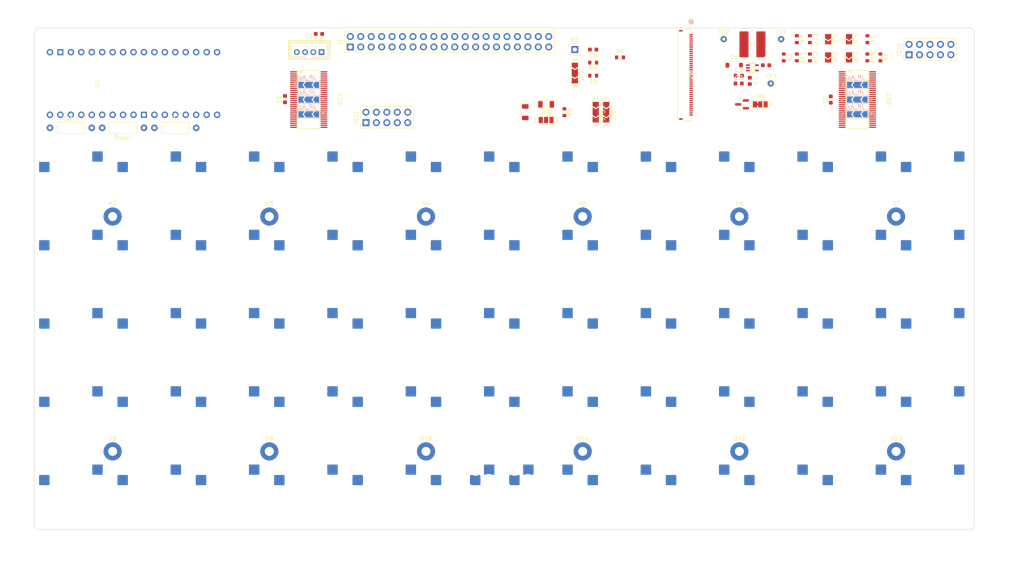
<source format=kicad_pcb>
(kicad_pcb
	(version 20241229)
	(generator "pcbnew")
	(generator_version "9.0")
	(general
		(thickness 1.6)
		(legacy_teardrops no)
	)
	(paper "A4")
	(layers
		(0 "F.Cu" signal)
		(4 "In1.Cu" signal)
		(6 "In2.Cu" signal)
		(2 "B.Cu" signal)
		(9 "F.Adhes" user "F.Adhesive")
		(11 "B.Adhes" user "B.Adhesive")
		(13 "F.Paste" user)
		(15 "B.Paste" user)
		(5 "F.SilkS" user "F.Silkscreen")
		(7 "B.SilkS" user "B.Silkscreen")
		(1 "F.Mask" user)
		(3 "B.Mask" user)
		(17 "Dwgs.User" user "User.Drawings")
		(19 "Cmts.User" user "User.Comments")
		(21 "Eco1.User" user "User.Eco1")
		(23 "Eco2.User" user "User.Eco2")
		(25 "Edge.Cuts" user)
		(27 "Margin" user)
		(31 "F.CrtYd" user "F.Courtyard")
		(29 "B.CrtYd" user "B.Courtyard")
		(35 "F.Fab" user)
		(33 "B.Fab" user)
		(39 "User.1" user)
		(41 "User.2" user)
		(43 "User.3" user)
		(45 "User.4" user)
		(47 "User.5" user)
		(49 "User.6" user)
		(51 "User.7" user)
		(53 "User.8" user)
		(55 "User.9" user)
	)
	(setup
		(stackup
			(layer "F.SilkS"
				(type "Top Silk Screen")
			)
			(layer "F.Paste"
				(type "Top Solder Paste")
			)
			(layer "F.Mask"
				(type "Top Solder Mask")
				(thickness 0.01)
			)
			(layer "F.Cu"
				(type "copper")
				(thickness 0.035)
			)
			(layer "dielectric 1"
				(type "prepreg")
				(thickness 0.1)
				(material "FR4")
				(epsilon_r 4.5)
				(loss_tangent 0.02)
			)
			(layer "In1.Cu"
				(type "copper")
				(thickness 0.035)
			)
			(layer "dielectric 2"
				(type "core")
				(thickness 1.24)
				(material "FR4")
				(epsilon_r 4.5)
				(loss_tangent 0.02)
			)
			(layer "In2.Cu"
				(type "copper")
				(thickness 0.035)
			)
			(layer "dielectric 3"
				(type "prepreg")
				(thickness 0.1)
				(material "FR4")
				(epsilon_r 4.5)
				(loss_tangent 0.02)
			)
			(layer "B.Cu"
				(type "copper")
				(thickness 0.035)
			)
			(layer "B.Mask"
				(type "Bottom Solder Mask")
				(thickness 0.01)
			)
			(layer "B.Paste"
				(type "Bottom Solder Paste")
			)
			(layer "B.SilkS"
				(type "Bottom Silk Screen")
			)
			(copper_finish "HAL lead-free")
			(dielectric_constraints no)
		)
		(pad_to_mask_clearance 0)
		(allow_soldermask_bridges_in_footprints no)
		(tenting front back)
		(pcbplotparams
			(layerselection 0x00000000_00000000_55555555_5755f5ff)
			(plot_on_all_layers_selection 0x00000000_00000000_00000000_00000000)
			(disableapertmacros no)
			(usegerberextensions no)
			(usegerberattributes yes)
			(usegerberadvancedattributes yes)
			(creategerberjobfile yes)
			(dashed_line_dash_ratio 12.000000)
			(dashed_line_gap_ratio 3.000000)
			(svgprecision 4)
			(plotframeref no)
			(mode 1)
			(useauxorigin no)
			(hpglpennumber 1)
			(hpglpenspeed 20)
			(hpglpendiameter 15.000000)
			(pdf_front_fp_property_popups yes)
			(pdf_back_fp_property_popups yes)
			(pdf_metadata yes)
			(pdf_single_document no)
			(dxfpolygonmode yes)
			(dxfimperialunits yes)
			(dxfusepcbnewfont yes)
			(psnegative no)
			(psa4output no)
			(plot_black_and_white yes)
			(sketchpadsonfab no)
			(plotpadnumbers no)
			(hidednponfab no)
			(sketchdnponfab yes)
			(crossoutdnponfab yes)
			(subtractmaskfromsilk no)
			(outputformat 1)
			(mirror no)
			(drillshape 1)
			(scaleselection 1)
			(outputdirectory "")
		)
	)
	(net 0 "")
	(net 1 "/LEDA_{TFT}")
	(net 2 "/LEDK_{TFT}")
	(net 3 "+3.3V")
	(net 4 "+5V")
	(net 5 "Net-(D2-A)")
	(net 6 "~{RST}")
	(net 7 "/~{RST_{TFT{slash}TP}}")
	(net 8 "/CS_{SPI{slash}TFT}")
	(net 9 "/Switch Matrix Left Half/SWPIN_{4,2}")
	(net 10 "/Switch Matrix Left Half/SWPIN_{0,2}")
	(net 11 "/Switch Matrix Left Half/SWPIN_{1,7}")
	(net 12 "/Switch Matrix Left Half/SWPIN_{3,7}")
	(net 13 "/Switch Matrix Left Half/SWPIN_{4,6}")
	(net 14 "/Switch Matrix Left Half/SWPIN_{3,5}")
	(net 15 "/Switch Matrix Left Half/SWPIN_{4,0}")
	(net 16 "/Switch Matrix Left Half/SWPIN_{2,1}")
	(net 17 "/Switch Matrix Left Half/SWPIN_{0,6}")
	(net 18 "/INT_{LR}")
	(net 19 "/Switch Matrix Left Half/SWPIN_{2,0}")
	(net 20 "/Switch Matrix Left Half/SWPIN_{1,2}")
	(net 21 "/Switch Matrix Left Half/SWPIN_{0,7}")
	(net 22 "/Switch Matrix Left Half/SWPIN_{0,4}")
	(net 23 "/Switch Matrix Left Half/SWPIN_{1,5}")
	(net 24 "/Switch Matrix Left Half/SWPIN_{2,2}")
	(net 25 "/Switch Matrix Left Half/SWPIN_{3,3}")
	(net 26 "/Switch Matrix Left Half/SWPIN_{4,3}")
	(net 27 "Net-(IOE1-A2)")
	(net 28 "/Switch Matrix Left Half/SWPIN_{2,6}")
	(net 29 "/Switch Matrix Left Half/SWPIN_{3,0}")
	(net 30 "/Switch Matrix Left Half/SWPIN_{4,7}")
	(net 31 "/Switch Matrix Left Half/SWPIN_{1,0}")
	(net 32 "Net-(IOE1-A0)")
	(net 33 "/Switch Matrix Left Half/SWPIN_{1,3}")
	(net 34 "/Switch Matrix Left Half/SWPIN_{1,4}")
	(net 35 "/Switch Matrix Left Half/SWPIN_{2,4}")
	(net 36 "/Switch Matrix Left Half/SWPIN_{2,5}")
	(net 37 "Net-(IOE1-A1)")
	(net 38 "/Switch Matrix Left Half/SWPIN_{3,1}")
	(net 39 "SCL")
	(net 40 "/Switch Matrix Left Half/SWPIN_{4,4}")
	(net 41 "/Switch Matrix Left Half/SWPIN_{0,0}")
	(net 42 "/Switch Matrix Left Half/SWPIN_{4,5}")
	(net 43 "/Switch Matrix Left Half/SWPIN_{3,6}")
	(net 44 "/Switch Matrix Left Half/SWPIN_{4,1}")
	(net 45 "/Switch Matrix Left Half/SWPIN_{1,1}")
	(net 46 "/Switch Matrix Left Half/SWPIN_{3,4}")
	(net 47 "/Switch Matrix Left Half/SWPIN_{0,3}")
	(net 48 "/Switch Matrix Left Half/SWPIN_{1,6}")
	(net 49 "/Switch Matrix Left Half/SWPIN_{2,7}")
	(net 50 "/Switch Matrix Left Half/SWPIN_{3,2}")
	(net 51 "SDA")
	(net 52 "/Switch Matrix Left Half/SWPIN_{2,3}")
	(net 53 "/Switch Matrix Left Half/SWPIN_{0,5}")
	(net 54 "/Switch Matrix Left Half/SWPIN_{0,1}")
	(net 55 "/Switch Matrix Right Half/SWPIN_{1,6}")
	(net 56 "/Switch Matrix Right Half/SWPIN_{4,4}")
	(net 57 "/Switch Matrix Right Half/SWPIN_{3,4}")
	(net 58 "Net-(IOE2-A0)")
	(net 59 "/Switch Matrix Right Half/SWPIN_{1,0}")
	(net 60 "/Switch Matrix Right Half/SWPIN_{2,3}")
	(net 61 "/Switch Matrix Right Half/SWPIN_{3,6}")
	(net 62 "Net-(IOE2-A1)")
	(net 63 "/Switch Matrix Right Half/SWPIN_{3,0}")
	(net 64 "/Switch Matrix Right Half/SWPIN_{0,2}")
	(net 65 "/Switch Matrix Right Half/SWPIN_{3,2}")
	(net 66 "/Switch Matrix Right Half/SWPIN_{1,3}")
	(net 67 "/Switch Matrix Right Half/SWPIN_{4,6}")
	(net 68 "/Switch Matrix Right Half/SWPIN_{2,4}")
	(net 69 "/Switch Matrix Right Half/SWPIN_{2,6}")
	(net 70 "/Switch Matrix Right Half/SWPIN_{1,4}")
	(net 71 "/Switch Matrix Right Half/SWPIN_{3,7}")
	(net 72 "/Switch Matrix Right Half/SWPIN_{3,5}")
	(net 73 "/Switch Matrix Right Half/SWPIN_{2,5}")
	(net 74 "/Switch Matrix Right Half/SWPIN_{4,5}")
	(net 75 "/Switch Matrix Right Half/SWPIN_{2,0}")
	(net 76 "unconnected-(U1-VBAT-Pad1)")
	(net 77 "/Switch Matrix Right Half/SWPIN_{4,0}")
	(net 78 "GND")
	(net 79 "/Switch Matrix Right Half/SWPIN_{1,2}")
	(net 80 "/Switch Matrix Right Half/SWPIN_{0,3}")
	(net 81 "/Switch Matrix Right Half/SWPIN_{0,7}")
	(net 82 "Net-(IOE2-A2)")
	(net 83 "/Switch Matrix Right Half/SWPIN_{2,2}")
	(net 84 "/Switch Matrix Right Half/SWPIN_{0,1}")
	(net 85 "/Switch Matrix Right Half/SWPIN_{0,4}")
	(net 86 "/Switch Matrix Right Half/SWPIN_{4,7}")
	(net 87 "/Switch Matrix Right Half/SWPIN_{0,0}")
	(net 88 "/Switch Matrix Right Half/SWPIN_{4,3}")
	(net 89 "/Switch Matrix Right Half/SWPIN_{2,7}")
	(net 90 "/Switch Matrix Right Half/SWPIN_{1,1}")
	(net 91 "/Switch Matrix Right Half/SWPIN_{0,5}")
	(net 92 "/Switch Matrix Right Half/SWPIN_{4,2}")
	(net 93 "/Switch Matrix Right Half/SWPIN_{0,6}")
	(net 94 "/Switch Matrix Right Half/SWPIN_{3,1}")
	(net 95 "/G5")
	(net 96 "/Switch Matrix Right Half/SWPIN_{2,1}")
	(net 97 "/Switch Matrix Right Half/SWPIN_{1,7}")
	(net 98 "/Switch Matrix Right Half/SWPIN_{4,1}")
	(net 99 "/Switch Matrix Right Half/SWPIN_{1,5}")
	(net 100 "/R1")
	(net 101 "/R5")
	(net 102 "/B1")
	(net 103 "/G2")
	(net 104 "/Switch Matrix Right Half/SWPIN_{3,3}")
	(net 105 "/SCK_{SPI}")
	(net 106 "/HSYNC_{TFT}")
	(net 107 "/B4")
	(net 108 "/G4")
	(net 109 "/MOSI_{SPI}")
	(net 110 "/IM0")
	(net 111 "+3.3V_{LDO2}")
	(net 112 "/G3")
	(net 113 "/DE_{TFT}")
	(net 114 "/IM1")
	(net 115 "/G1")
	(net 116 "/B2")
	(net 117 "/G0")
	(net 118 "/INT_{TP}")
	(net 119 "/R3")
	(net 120 "Net-(J1-Pin_12)")
	(net 121 "/R2")
	(net 122 "/VSYNC_{TFT}")
	(net 123 "Net-(JP1-A)")
	(net 124 "/B5")
	(net 125 "Net-(JP2-A)")
	(net 126 "/R4")
	(net 127 "Net-(JP3-A)")
	(net 128 "Net-(JP4-A)")
	(net 129 "/B3")
	(net 130 "/INT_{TP}{slash}~{RST_{TFT{slash}TP}}")
	(net 131 "Net-(JP9-A)")
	(net 132 "Net-(Q1-G)")
	(net 133 "/PCLK_{TFT}")
	(net 134 "/BGPWM_{TFT}")
	(net 135 "Net-(R10-Pad1)")
	(net 136 "Net-(R11-Pad2)")
	(net 137 "Net-(R13-Pad2)")
	(net 138 "Net-(R11-Pad1)")
	(net 139 "Net-(JP7-C)")
	(net 140 "/Backlight Boost Converter/VIN_{BST}")
	(net 141 "/Backlight Boost Converter/SW_{BST}")
	(footprint "easyeda2kicad:TSSOP-56_L14.0-W6.1-P0.50-LS8.1-BL" (layer "F.Cu") (at 226.17 55.98 -90))
	(footprint "MountingHole:MountingHole_2.2mm_M2_Pad" (layer "F.Cu") (at 197.485 141.605))
	(footprint "easyeda2kicad:TSSOP-56_L14.0-W6.1-P0.50-LS8.1-BL" (layer "F.Cu") (at 92.77 55.99 -90))
	(footprint "Resistor_SMD:R_0603_1608Metric" (layer "F.Cu") (at 214.63 41.275 -90))
	(footprint "Project_Library:CONN_F3311A7H121040E200_AMP" (layer "F.Cu") (at 184.15 49.975 -90))
	(footprint "easyeda2kicad:CONN-TH_B4B-PH-K-LF-SN" (layer "F.Cu") (at 92.885 44.45))
	(footprint "Capacitor_SMD:C_0603_1608Metric" (layer "F.Cu") (at 203.975 47.625))
	(footprint "Resistor_SMD:R_0603_1608Metric" (layer "F.Cu") (at 211.455 41.275 -90))
	(footprint "TestPoint:TestPoint_THTPad_D1.5mm_Drill0.7mm" (layer "F.Cu") (at 207.645 41.275))
	(footprint "Resistor_THT:R_Axial_DIN0207_L6.3mm_D2.5mm_P10.16mm_Horizontal" (layer "F.Cu") (at 55.245 62.865))
	(footprint "Resistor_SMD:R_0603_1608Metric" (layer "F.Cu") (at 168.465 45.72))
	(footprint "Connector_PinHeader_2.54mm:PinHeader_2x05_P2.54mm_Vertical" (layer "F.Cu") (at 106.68 61.6 90))
	(footprint "Project_Library:IND_BOURNS_SRR5028" (layer "F.Cu") (at 200.66 42.545 180))
	(footprint "MountingHole:MountingHole_2.2mm_M2_Pad" (layer "F.Cu") (at 121.285 84.455))
	(footprint "UnexpectedMaker:ProS3_TH" (layer "F.Cu") (at 50.165 52.05 90))
	(footprint "Diode_SMD:D_SOD-123" (layer "F.Cu") (at 196.215 47.625))
	(footprint "Resistor_SMD:R_0603_1608Metric" (layer "F.Cu") (at 211.455 45.72 -90))
	(footprint "Resistor_SMD:R_0603_1608Metric" (layer "F.Cu") (at 228.6 41.275 -90))
	(footprint "Connector_PinHeader_2.54mm:PinHeader_1x01_P2.54mm_Vertical" (layer "F.Cu") (at 157.48 43.815))
	(footprint "MountingHole:MountingHole_2.2mm_M2_Pad" (layer "F.Cu") (at 45.085 84.455))
	(footprint "Resistor_SMD:R_0603_1608Metric" (layer "F.Cu") (at 154.94 59.055 -90))
	(footprint "Jumper:SolderJumper-2_P1.3mm_Open_TrianglePad1.0x1.5mm" (layer "F.Cu") (at 224.155 41.275 -90))
	(footprint "MountingHole:MountingHole_2.2mm_M2_Pad" (layer "F.Cu") (at 83.185 141.605))
	(footprint "Jumper:SolderJumper-2_P1.3mm_Open_TrianglePad1.0x1.5mm" (layer "F.Cu") (at 224.155 45.72 -90))
	(footprint "Capacitor_SMD:C_0603_1608Metric" (layer "F.Cu") (at 219.71 55.98 90))
	(footprint "Resistor_THT:R_Axial_DIN0207_L6.3mm_D2.5mm_P10.16mm_Horizontal" (layer "F.Cu") (at 29.845 62.865))
	(footprint "PCM_JLCPCB:Q_SOT-23" (layer "F.Cu") (at 198.12 57.15 180))
	(footprint "Jumper:SolderJumper-3_P1.3mm_Open_Pad1.0x1.5mm_NumberLabels" (layer "F.Cu") (at 150.495 60.96))
	(footprint "MountingHole:MountingHole_2.2mm_M2_Pad" (layer "F.Cu") (at 159.385 84.455))
	(footprint "Jumper:SolderJumper-2_P1.3mm_Open_TrianglePad1.0x1.5mm" (layer "F.Cu") (at 219.075 45.72 -90))
	(footprint "MountingHole:MountingHole_2.2mm_M2_Pad" (layer "F.Cu") (at 235.585 84.455))
	(footprint "Resistor_SMD:R_0603_1608Metric" (layer "F.Cu") (at 208.28 45.72 -90))
	(footprint "Jumper:SolderJumper-2_P1.3mm_Open_TrianglePad1.0x1.5mm" (layer "F.Cu") (at 219.075 41.275 -90))
	(footprint "PCM_JLCPCB:D_SOD-123FL" (layer "F.Cu") (at 145.415 59.055 -90))
	(footprint "Resistor_SMD:R_0603_1608Metric"
		(layer "F.Cu")
		(uuid "94b58f35-dc6e-4854-b9bc-c8f92f6a87af")
		(at 231.775 45.72 -90)
		(descr "Resistor SMD 0603 (1608 Metric), square (rectangular) end terminal, IPC-7351 nominal, (Body size source: IPC-SM-782 page 72, https://www.pcb-3d.com/wordpress/wp-content/uploads/ipc-sm-782a_amendment_1_and_2.pdf), generated with kicad-footprint-generator")
		(tags "resistor")
		(property "Reference" "R2"
			(at 0 -1.43 90)
			(layer "F.SilkS")
			(uuid "042f0d98-1a2e-478a-96c6-c3626378b53a")
			(effects
				(font
					(size 1 1)
					(thickness 0.15)
				)
			)
		)
		(property "Value" "20 Ohm"
			(at 0 1.43 90)
			(layer "F.Fab")
			(uuid "116e6338-158d-4e2a-8b93-de31b57d2a5d")
			(effects
				(font
					(size 1 1)
					(thickness 0.15)
				)
			)
		)
		(property "Datasheet" "~"
			(at 0 0 90)
			(layer "F.Fab")
			(hide yes)
			(uuid "c8cb7783-45f9-45ea-ad15-07e692b9fee5")
			(effects
				(font
					(size 1.27 1.27)
					(thickness 0.15)
				)
			)
		)
		(property "Description" "Resistor"
			(at 0 0 90)
			(layer "F.Fab")
			(hide yes)
			(uuid "8c6cd404-fea5-4054-8257-77977a8d902d")
			(effects
				(font
					(size 1.27 1.27)
					(thickness 0.15)
				)
			)
		)
		(property "LCSC" ""
			(at 0 0 90)
			(layer "F.SilkS")
			(hide yes)
			(uuid "4292f85d-c8e0-4f0e-9d0f-21108b697875")
			(effects
				(font
					(size 1.27 1.27)
					(thickness 0.15)
				)
			)
		)
		(property ki_fp_filters "R_*")
		(path "/628f2de5-a5de-421c-af90-8153f9f7644b/22abb952-478a-46a0-ada1-733d1b8a97b5")
		(sheetname "/Backlight Boost Converter/")
		(sheetfile "backlight_boost_converter.kicad_sch")
		(attr smd)
		(fp_line
			(start -0.237258 0.5225)
			(end 0.237258 0.5225)
			(stroke
				(width 0.12)
				(type solid)
			)
			(layer "F.SilkS")
			(uuid "f941ef98-b5f4-4475-bc23-6ae9ba3efb5d")
		)
		(fp_line
			(start -0.237258 -0.5225)
			(end 0.237258 -0.5225)
			(stroke
				(width 0.12)
				(type solid)
			)
			(layer "F.SilkS")
			(uuid "6885c2c4-4ae2-4a8a-8299-1ada162b06f8")
		)
		(fp_line
			(start -1.48 0.73)
			(end -1.48 -0.73)
			(stroke
				(width 0.05)
				(type solid)
			)
			(layer "F.CrtYd")
			(uuid "801a5bfe-1fe3-47b6-b7ae-415b0c2ddce4")
		)
		(fp_line
			(start 1.48 0.73)
			(end -1.48 0.73)
			(stroke
				(width 0.05)
				(type solid)
			)
			(layer "F.CrtYd")
			(uuid "f6eebaee-b194-41b2-b05d-65841cf32eb6")
		)
		(fp_line
			(start -1.48 -0.73)
			(end 1.48 -0.73)
			(stroke
				(width 0.05)
				(type solid)
			)
			(layer "F.CrtYd")
	
... [1213445 chars truncated]
</source>
